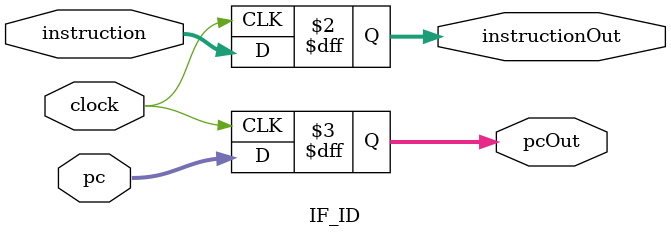
<source format=v>
module IF_ID(clock,instruction,pc,instructionOut,pcOut);

    input clock;
    input [31:0] instruction;
    input [6:0]  pc;

    output reg [31:0] instructionOut;
    output reg [6:0] pcOut;

    always @(posedge clock)
    begin

        pcOut=pc;
        instructionOut=instruction;
        
    end

endmodule
</source>
